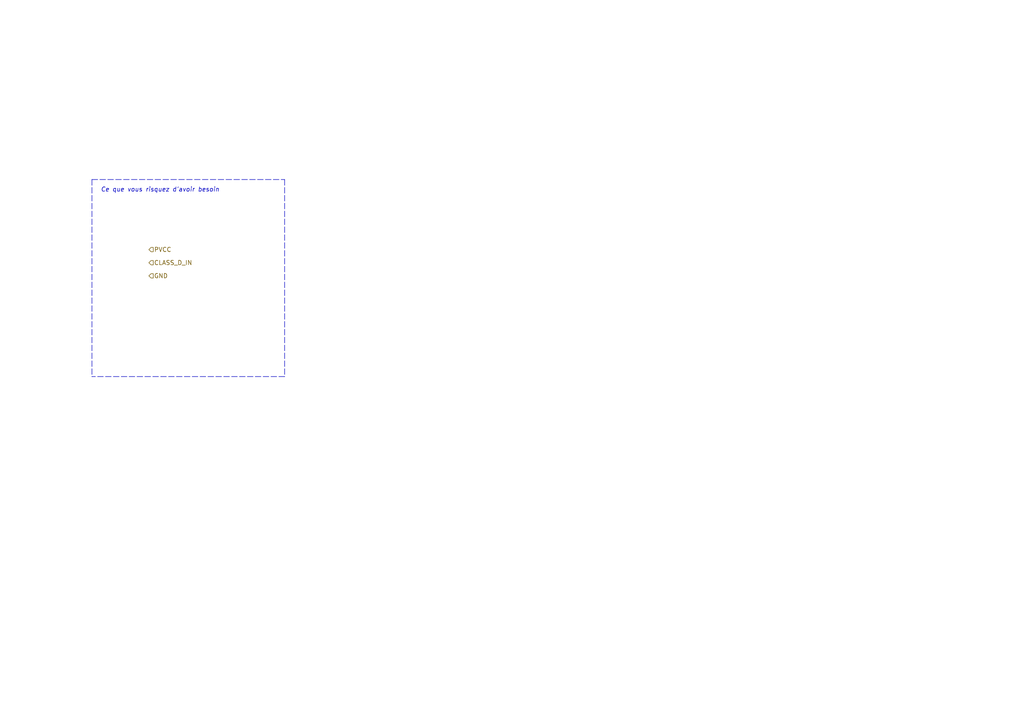
<source format=kicad_sch>
(kicad_sch (version 20211123) (generator eeschema)

  (uuid bde95c06-433a-4c03-bc48-e3abcdb4e054)

  (paper "A4")

  (lib_symbols
  )


  (polyline (pts (xy 82.55 52.07) (xy 82.55 109.22))
    (stroke (width 0) (type default) (color 0 0 0 0))
    (uuid 56482cfc-b54f-4459-b037-b2c7eff3fe87)
  )
  (polyline (pts (xy 26.67 52.07) (xy 82.55 52.07))
    (stroke (width 0) (type default) (color 0 0 0 0))
    (uuid c86976aa-d763-418a-849c-bf4a35acec06)
  )
  (polyline (pts (xy 26.67 52.07) (xy 26.67 109.22))
    (stroke (width 0) (type default) (color 0 0 0 0))
    (uuid dd786507-1a12-43ef-a4a9-7b503e10decc)
  )
  (polyline (pts (xy 82.55 109.22) (xy 26.67 109.22))
    (stroke (width 0) (type default) (color 0 0 0 0))
    (uuid e5f95d98-4c84-41b4-b564-a3527da9f98c)
  )

  (text "Ce que vous risquez d'avoir besoin" (at 29.21 55.88 0)
    (effects (font (size 1.27 1.27) italic) (justify left bottom))
    (uuid 912a95a0-0203-4594-89ee-51bed07c7ecb)
  )

  (hierarchical_label "GND" (shape input) (at 43.18 80.01 0)
    (effects (font (size 1.27 1.27)) (justify left))
    (uuid 8013d8f6-8a0c-4965-85ff-a1c2ca6dad6a)
  )
  (hierarchical_label "CLASS_D_IN" (shape input) (at 43.18 76.2 0)
    (effects (font (size 1.27 1.27)) (justify left))
    (uuid b1cabc20-8c3d-4875-b8f2-46fa50e110a7)
  )
  (hierarchical_label "PVCC" (shape input) (at 43.18 72.39 0)
    (effects (font (size 1.27 1.27)) (justify left))
    (uuid fb2f0e2c-b6ae-4f45-9663-10f0a2652411)
  )
)

</source>
